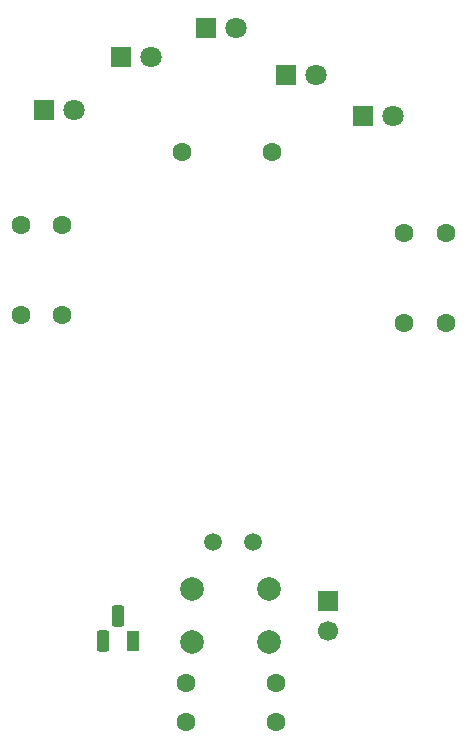
<source format=gts>
G04 #@! TF.GenerationSoftware,KiCad,Pcbnew,9.0.2*
G04 #@! TF.CreationDate,2025-06-14T15:29:11+03:00*
G04 #@! TF.ProjectId,glowsei,676c6f77-7365-4692-9e6b-696361645f70,rev?*
G04 #@! TF.SameCoordinates,Original*
G04 #@! TF.FileFunction,Soldermask,Top*
G04 #@! TF.FilePolarity,Negative*
%FSLAX46Y46*%
G04 Gerber Fmt 4.6, Leading zero omitted, Abs format (unit mm)*
G04 Created by KiCad (PCBNEW 9.0.2) date 2025-06-14 15:29:11*
%MOMM*%
%LPD*%
G01*
G04 APERTURE LIST*
G04 Aperture macros list*
%AMRoundRect*
0 Rectangle with rounded corners*
0 $1 Rounding radius*
0 $2 $3 $4 $5 $6 $7 $8 $9 X,Y pos of 4 corners*
0 Add a 4 corners polygon primitive as box body*
4,1,4,$2,$3,$4,$5,$6,$7,$8,$9,$2,$3,0*
0 Add four circle primitives for the rounded corners*
1,1,$1+$1,$2,$3*
1,1,$1+$1,$4,$5*
1,1,$1+$1,$6,$7*
1,1,$1+$1,$8,$9*
0 Add four rect primitives between the rounded corners*
20,1,$1+$1,$2,$3,$4,$5,0*
20,1,$1+$1,$4,$5,$6,$7,0*
20,1,$1+$1,$6,$7,$8,$9,0*
20,1,$1+$1,$8,$9,$2,$3,0*%
G04 Aperture macros list end*
%ADD10R,1.800000X1.800000*%
%ADD11C,1.800000*%
%ADD12C,2.000000*%
%ADD13C,1.500000*%
%ADD14C,1.600000*%
%ADD15R,1.100000X1.800000*%
%ADD16RoundRect,0.275000X0.275000X0.625000X-0.275000X0.625000X-0.275000X-0.625000X0.275000X-0.625000X0*%
%ADD17R,1.700000X1.700000*%
%ADD18C,1.700000*%
G04 APERTURE END LIST*
D10*
G04 #@! TO.C,D3*
X150725000Y-65500000D03*
D11*
X153265000Y-65500000D03*
G04 #@! TD*
D12*
G04 #@! TO.C,SW1*
X149500000Y-113000000D03*
X156000000Y-113000000D03*
X149500000Y-117500000D03*
X156000000Y-117500000D03*
G04 #@! TD*
D10*
G04 #@! TO.C,D2*
X143500000Y-68000000D03*
D11*
X146040000Y-68000000D03*
G04 #@! TD*
D13*
G04 #@! TO.C,R2*
X151300000Y-109000000D03*
X154700000Y-109000000D03*
G04 #@! TD*
D10*
G04 #@! TO.C,D5*
X163960000Y-73000000D03*
D11*
X166500000Y-73000000D03*
G04 #@! TD*
D10*
G04 #@! TO.C,D1*
X137000000Y-72500000D03*
D11*
X139540000Y-72500000D03*
G04 #@! TD*
D10*
G04 #@! TO.C,D4*
X157500000Y-69500000D03*
D11*
X160040000Y-69500000D03*
G04 #@! TD*
D14*
G04 #@! TO.C,R8*
X171000000Y-90500000D03*
X171000000Y-82880000D03*
G04 #@! TD*
G04 #@! TO.C,R3*
X156650000Y-124250000D03*
X149030000Y-124250000D03*
G04 #@! TD*
G04 #@! TO.C,R4*
X156650000Y-120950000D03*
X149030000Y-120950000D03*
G04 #@! TD*
G04 #@! TO.C,R7*
X167500000Y-90500000D03*
X167500000Y-82880000D03*
G04 #@! TD*
G04 #@! TO.C,R6*
X148690000Y-76000000D03*
X156310000Y-76000000D03*
G04 #@! TD*
G04 #@! TO.C,R5*
X138500000Y-89810000D03*
X138500000Y-82190000D03*
G04 #@! TD*
G04 #@! TO.C,R1*
X135000000Y-89810000D03*
X135000000Y-82190000D03*
G04 #@! TD*
D15*
G04 #@! TO.C,Q1*
X144540000Y-117400000D03*
D16*
X143270000Y-115330000D03*
X142000000Y-117400000D03*
G04 #@! TD*
D17*
G04 #@! TO.C,M1*
X161000000Y-114000000D03*
D18*
X161000000Y-116540000D03*
G04 #@! TD*
M02*

</source>
